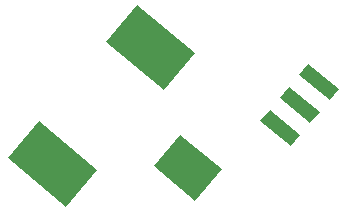
<source format=gbs>
G04 Layer: BottomSolderMaskLayer*
G04 EasyEDA v6.4.7, 2020-12-05T12:44:13--8:00*
G04 005523fa74924ed2a5d768746dba2907,10*
G04 Gerber Generator version 0.2*
G04 Scale: 100 percent, Rotated: No, Reflected: No *
G04 Dimensions in millimeters *
G04 leading zeros omitted , absolute positions ,3 integer and 3 decimal *
%FSLAX33Y33*%
%MOMM*%
G90*
D02*


%LPD*%
G36*
G01X174563Y159933D02*
G01X171977Y162099D01*
G01X172764Y163037D01*
G01X175348Y160870D01*
G01X174563Y159933D01*
G37*
G36*
G01X172930Y157987D02*
G01X170346Y160154D01*
G01X171131Y161091D01*
G01X173714Y158922D01*
G01X172930Y157987D01*
G37*
G36*
G01X171296Y156041D02*
G01X168713Y158208D01*
G01X169498Y159145D01*
G01X172084Y156976D01*
G01X171296Y156041D01*
G37*
G36*
G01X163186Y151411D02*
G01X159661Y154367D01*
G01X161911Y157050D01*
G01X165434Y154093D01*
G01X163186Y151411D01*
G37*
G36*
G01X152262Y150918D02*
G01X147359Y155030D01*
G01X149996Y158172D01*
G01X154898Y154058D01*
G01X152262Y150918D01*
G37*
G36*
G01X160555Y160799D02*
G01X155652Y164914D01*
G01X158286Y168053D01*
G01X163189Y163941D01*
G01X160555Y160799D01*
G37*
M00*
M02*

</source>
